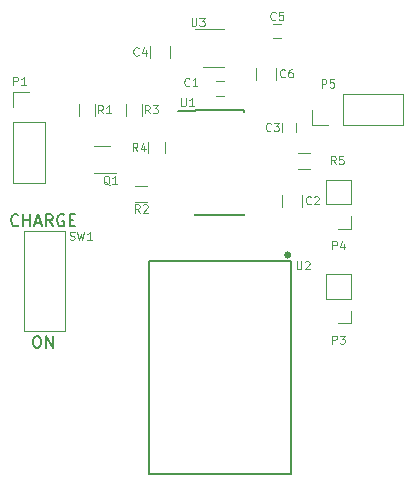
<source format=gto>
G04 #@! TF.FileFunction,Legend,Top*
%FSLAX46Y46*%
G04 Gerber Fmt 4.6, Leading zero omitted, Abs format (unit mm)*
G04 Created by KiCad (PCBNEW 4.0.4-stable) date Friday, October 13, 2017 'PMt' 10:51:30 PM*
%MOMM*%
%LPD*%
G01*
G04 APERTURE LIST*
%ADD10C,0.100000*%
%ADD11C,0.200000*%
%ADD12C,0.120000*%
%ADD13C,0.150000*%
G04 APERTURE END LIST*
D10*
D11*
X73380952Y-88152381D02*
X73571429Y-88152381D01*
X73666667Y-88200000D01*
X73761905Y-88295238D01*
X73809524Y-88485714D01*
X73809524Y-88819048D01*
X73761905Y-89009524D01*
X73666667Y-89104762D01*
X73571429Y-89152381D01*
X73380952Y-89152381D01*
X73285714Y-89104762D01*
X73190476Y-89009524D01*
X73142857Y-88819048D01*
X73142857Y-88485714D01*
X73190476Y-88295238D01*
X73285714Y-88200000D01*
X73380952Y-88152381D01*
X74238095Y-89152381D02*
X74238095Y-88152381D01*
X74809524Y-89152381D01*
X74809524Y-88152381D01*
X71904762Y-78757143D02*
X71857143Y-78804762D01*
X71714286Y-78852381D01*
X71619048Y-78852381D01*
X71476190Y-78804762D01*
X71380952Y-78709524D01*
X71333333Y-78614286D01*
X71285714Y-78423810D01*
X71285714Y-78280952D01*
X71333333Y-78090476D01*
X71380952Y-77995238D01*
X71476190Y-77900000D01*
X71619048Y-77852381D01*
X71714286Y-77852381D01*
X71857143Y-77900000D01*
X71904762Y-77947619D01*
X72333333Y-78852381D02*
X72333333Y-77852381D01*
X72333333Y-78328571D02*
X72904762Y-78328571D01*
X72904762Y-78852381D02*
X72904762Y-77852381D01*
X73333333Y-78566667D02*
X73809524Y-78566667D01*
X73238095Y-78852381D02*
X73571428Y-77852381D01*
X73904762Y-78852381D01*
X74809524Y-78852381D02*
X74476190Y-78376190D01*
X74238095Y-78852381D02*
X74238095Y-77852381D01*
X74619048Y-77852381D01*
X74714286Y-77900000D01*
X74761905Y-77947619D01*
X74809524Y-78042857D01*
X74809524Y-78185714D01*
X74761905Y-78280952D01*
X74714286Y-78328571D01*
X74619048Y-78376190D01*
X74238095Y-78376190D01*
X75761905Y-77900000D02*
X75666667Y-77852381D01*
X75523810Y-77852381D01*
X75380952Y-77900000D01*
X75285714Y-77995238D01*
X75238095Y-78090476D01*
X75190476Y-78280952D01*
X75190476Y-78423810D01*
X75238095Y-78614286D01*
X75285714Y-78709524D01*
X75380952Y-78804762D01*
X75523810Y-78852381D01*
X75619048Y-78852381D01*
X75761905Y-78804762D01*
X75809524Y-78757143D01*
X75809524Y-78423810D01*
X75619048Y-78423810D01*
X76238095Y-78328571D02*
X76571429Y-78328571D01*
X76714286Y-78852381D02*
X76238095Y-78852381D01*
X76238095Y-77852381D01*
X76714286Y-77852381D01*
D12*
X82920000Y-72700000D02*
X82920000Y-71700000D01*
X84280000Y-71700000D02*
X84280000Y-72700000D01*
X88650000Y-66600000D02*
X89350000Y-66600000D01*
X89350000Y-67800000D02*
X88650000Y-67800000D01*
X94250000Y-76200000D02*
X94250000Y-77200000D01*
X95950000Y-77200000D02*
X95950000Y-76200000D01*
X100060000Y-85000000D02*
X100060000Y-82940000D01*
X100060000Y-82940000D02*
X97940000Y-82940000D01*
X97940000Y-82940000D02*
X97940000Y-85000000D01*
X97940000Y-85000000D02*
X100060000Y-85000000D01*
X100060000Y-86000000D02*
X100060000Y-87060000D01*
X100060000Y-87060000D02*
X99000000Y-87060000D01*
X100060000Y-77000000D02*
X100060000Y-74940000D01*
X100060000Y-74940000D02*
X97940000Y-74940000D01*
X97940000Y-74940000D02*
X97940000Y-77000000D01*
X97940000Y-77000000D02*
X100060000Y-77000000D01*
X100060000Y-78000000D02*
X100060000Y-79060000D01*
X100060000Y-79060000D02*
X99000000Y-79060000D01*
X99370000Y-70330000D02*
X104510000Y-70330000D01*
X104510000Y-70330000D02*
X104510000Y-67670000D01*
X104510000Y-67670000D02*
X99370000Y-67670000D01*
X99370000Y-67670000D02*
X99370000Y-70330000D01*
X98100000Y-70330000D02*
X96770000Y-70330000D01*
X96770000Y-70330000D02*
X96770000Y-69000000D01*
X78380000Y-68500000D02*
X78380000Y-69500000D01*
X77020000Y-69500000D02*
X77020000Y-68500000D01*
X82800000Y-76780000D02*
X81800000Y-76780000D01*
X81800000Y-75420000D02*
X82800000Y-75420000D01*
X81020000Y-69500000D02*
X81020000Y-68500000D01*
X82380000Y-68500000D02*
X82380000Y-69500000D01*
D10*
X75850000Y-79250000D02*
X72350000Y-79250000D01*
X75850000Y-87750000D02*
X72350000Y-87750000D01*
X72350000Y-79250000D02*
X72350000Y-87750000D01*
X75850000Y-79250000D02*
X75850000Y-87750000D01*
D13*
X86825000Y-69050000D02*
X86825000Y-69075000D01*
X90975000Y-69050000D02*
X90975000Y-69165000D01*
X90975000Y-77950000D02*
X90975000Y-77835000D01*
X86825000Y-77950000D02*
X86825000Y-77835000D01*
X86825000Y-69050000D02*
X90975000Y-69050000D01*
X86825000Y-77950000D02*
X90975000Y-77950000D01*
X86825000Y-69075000D02*
X85450000Y-69075000D01*
D12*
X87500000Y-65410000D02*
X89300000Y-65410000D01*
X89300000Y-62190000D02*
X86850000Y-62190000D01*
X94200000Y-70850000D02*
X94200000Y-70150000D01*
X95400000Y-70150000D02*
X95400000Y-70850000D01*
X84750000Y-64600000D02*
X84750000Y-63600000D01*
X83050000Y-63600000D02*
X83050000Y-64600000D01*
X93450000Y-61700000D02*
X94150000Y-61700000D01*
X94150000Y-62900000D02*
X93450000Y-62900000D01*
X93750000Y-66450000D02*
X93750000Y-65450000D01*
X92050000Y-65450000D02*
X92050000Y-66450000D01*
X71470000Y-70070000D02*
X71470000Y-75210000D01*
X71470000Y-75210000D02*
X74130000Y-75210000D01*
X74130000Y-75210000D02*
X74130000Y-70070000D01*
X74130000Y-70070000D02*
X71470000Y-70070000D01*
X71470000Y-68800000D02*
X71470000Y-67470000D01*
X71470000Y-67470000D02*
X72800000Y-67470000D01*
X78300000Y-74360000D02*
X80200000Y-74360000D01*
X79700000Y-72040000D02*
X78300000Y-72040000D01*
D13*
X94923607Y-81300000D02*
G75*
G03X94923607Y-81300000I-223607J0D01*
G01*
X94800000Y-81300000D02*
G75*
G03X94800000Y-81300000I-100000J0D01*
G01*
X95000000Y-99800000D02*
X95000000Y-81800000D01*
X83000000Y-99800000D02*
X95000000Y-99800000D01*
X83000000Y-81800000D02*
X83000000Y-99800000D01*
X95000000Y-81800000D02*
X83000000Y-81800000D01*
D12*
X95600000Y-72620000D02*
X96600000Y-72620000D01*
X96600000Y-73980000D02*
X95600000Y-73980000D01*
D10*
X81983334Y-72516667D02*
X81750000Y-72183333D01*
X81583334Y-72516667D02*
X81583334Y-71816667D01*
X81850000Y-71816667D01*
X81916667Y-71850000D01*
X81950000Y-71883333D01*
X81983334Y-71950000D01*
X81983334Y-72050000D01*
X81950000Y-72116667D01*
X81916667Y-72150000D01*
X81850000Y-72183333D01*
X81583334Y-72183333D01*
X82583334Y-72050000D02*
X82583334Y-72516667D01*
X82416667Y-71783333D02*
X82250000Y-72283333D01*
X82683334Y-72283333D01*
X86383334Y-66950000D02*
X86350000Y-66983333D01*
X86250000Y-67016667D01*
X86183334Y-67016667D01*
X86083334Y-66983333D01*
X86016667Y-66916667D01*
X85983334Y-66850000D01*
X85950000Y-66716667D01*
X85950000Y-66616667D01*
X85983334Y-66483333D01*
X86016667Y-66416667D01*
X86083334Y-66350000D01*
X86183334Y-66316667D01*
X86250000Y-66316667D01*
X86350000Y-66350000D01*
X86383334Y-66383333D01*
X87050000Y-67016667D02*
X86650000Y-67016667D01*
X86850000Y-67016667D02*
X86850000Y-66316667D01*
X86783334Y-66416667D01*
X86716667Y-66483333D01*
X86650000Y-66516667D01*
X96683334Y-76950000D02*
X96650000Y-76983333D01*
X96550000Y-77016667D01*
X96483334Y-77016667D01*
X96383334Y-76983333D01*
X96316667Y-76916667D01*
X96283334Y-76850000D01*
X96250000Y-76716667D01*
X96250000Y-76616667D01*
X96283334Y-76483333D01*
X96316667Y-76416667D01*
X96383334Y-76350000D01*
X96483334Y-76316667D01*
X96550000Y-76316667D01*
X96650000Y-76350000D01*
X96683334Y-76383333D01*
X96950000Y-76383333D02*
X96983334Y-76350000D01*
X97050000Y-76316667D01*
X97216667Y-76316667D01*
X97283334Y-76350000D01*
X97316667Y-76383333D01*
X97350000Y-76450000D01*
X97350000Y-76516667D01*
X97316667Y-76616667D01*
X96916667Y-77016667D01*
X97350000Y-77016667D01*
X98483334Y-88816667D02*
X98483334Y-88116667D01*
X98750000Y-88116667D01*
X98816667Y-88150000D01*
X98850000Y-88183333D01*
X98883334Y-88250000D01*
X98883334Y-88350000D01*
X98850000Y-88416667D01*
X98816667Y-88450000D01*
X98750000Y-88483333D01*
X98483334Y-88483333D01*
X99116667Y-88116667D02*
X99550000Y-88116667D01*
X99316667Y-88383333D01*
X99416667Y-88383333D01*
X99483334Y-88416667D01*
X99516667Y-88450000D01*
X99550000Y-88516667D01*
X99550000Y-88683333D01*
X99516667Y-88750000D01*
X99483334Y-88783333D01*
X99416667Y-88816667D01*
X99216667Y-88816667D01*
X99150000Y-88783333D01*
X99116667Y-88750000D01*
X98483334Y-80816667D02*
X98483334Y-80116667D01*
X98750000Y-80116667D01*
X98816667Y-80150000D01*
X98850000Y-80183333D01*
X98883334Y-80250000D01*
X98883334Y-80350000D01*
X98850000Y-80416667D01*
X98816667Y-80450000D01*
X98750000Y-80483333D01*
X98483334Y-80483333D01*
X99483334Y-80350000D02*
X99483334Y-80816667D01*
X99316667Y-80083333D02*
X99150000Y-80583333D01*
X99583334Y-80583333D01*
X97583334Y-67116667D02*
X97583334Y-66416667D01*
X97850000Y-66416667D01*
X97916667Y-66450000D01*
X97950000Y-66483333D01*
X97983334Y-66550000D01*
X97983334Y-66650000D01*
X97950000Y-66716667D01*
X97916667Y-66750000D01*
X97850000Y-66783333D01*
X97583334Y-66783333D01*
X98616667Y-66416667D02*
X98283334Y-66416667D01*
X98250000Y-66750000D01*
X98283334Y-66716667D01*
X98350000Y-66683333D01*
X98516667Y-66683333D01*
X98583334Y-66716667D01*
X98616667Y-66750000D01*
X98650000Y-66816667D01*
X98650000Y-66983333D01*
X98616667Y-67050000D01*
X98583334Y-67083333D01*
X98516667Y-67116667D01*
X98350000Y-67116667D01*
X98283334Y-67083333D01*
X98250000Y-67050000D01*
X79083334Y-69316667D02*
X78850000Y-68983333D01*
X78683334Y-69316667D02*
X78683334Y-68616667D01*
X78950000Y-68616667D01*
X79016667Y-68650000D01*
X79050000Y-68683333D01*
X79083334Y-68750000D01*
X79083334Y-68850000D01*
X79050000Y-68916667D01*
X79016667Y-68950000D01*
X78950000Y-68983333D01*
X78683334Y-68983333D01*
X79750000Y-69316667D02*
X79350000Y-69316667D01*
X79550000Y-69316667D02*
X79550000Y-68616667D01*
X79483334Y-68716667D01*
X79416667Y-68783333D01*
X79350000Y-68816667D01*
X82183334Y-77716667D02*
X81950000Y-77383333D01*
X81783334Y-77716667D02*
X81783334Y-77016667D01*
X82050000Y-77016667D01*
X82116667Y-77050000D01*
X82150000Y-77083333D01*
X82183334Y-77150000D01*
X82183334Y-77250000D01*
X82150000Y-77316667D01*
X82116667Y-77350000D01*
X82050000Y-77383333D01*
X81783334Y-77383333D01*
X82450000Y-77083333D02*
X82483334Y-77050000D01*
X82550000Y-77016667D01*
X82716667Y-77016667D01*
X82783334Y-77050000D01*
X82816667Y-77083333D01*
X82850000Y-77150000D01*
X82850000Y-77216667D01*
X82816667Y-77316667D01*
X82416667Y-77716667D01*
X82850000Y-77716667D01*
X83033334Y-69316667D02*
X82800000Y-68983333D01*
X82633334Y-69316667D02*
X82633334Y-68616667D01*
X82900000Y-68616667D01*
X82966667Y-68650000D01*
X83000000Y-68683333D01*
X83033334Y-68750000D01*
X83033334Y-68850000D01*
X83000000Y-68916667D01*
X82966667Y-68950000D01*
X82900000Y-68983333D01*
X82633334Y-68983333D01*
X83266667Y-68616667D02*
X83700000Y-68616667D01*
X83466667Y-68883333D01*
X83566667Y-68883333D01*
X83633334Y-68916667D01*
X83666667Y-68950000D01*
X83700000Y-69016667D01*
X83700000Y-69183333D01*
X83666667Y-69250000D01*
X83633334Y-69283333D01*
X83566667Y-69316667D01*
X83366667Y-69316667D01*
X83300000Y-69283333D01*
X83266667Y-69250000D01*
X76266666Y-79983333D02*
X76366666Y-80016667D01*
X76533333Y-80016667D01*
X76600000Y-79983333D01*
X76633333Y-79950000D01*
X76666666Y-79883333D01*
X76666666Y-79816667D01*
X76633333Y-79750000D01*
X76600000Y-79716667D01*
X76533333Y-79683333D01*
X76400000Y-79650000D01*
X76333333Y-79616667D01*
X76300000Y-79583333D01*
X76266666Y-79516667D01*
X76266666Y-79450000D01*
X76300000Y-79383333D01*
X76333333Y-79350000D01*
X76400000Y-79316667D01*
X76566666Y-79316667D01*
X76666666Y-79350000D01*
X76900000Y-79316667D02*
X77066667Y-80016667D01*
X77200000Y-79516667D01*
X77333333Y-80016667D01*
X77500000Y-79316667D01*
X78133333Y-80016667D02*
X77733333Y-80016667D01*
X77933333Y-80016667D02*
X77933333Y-79316667D01*
X77866667Y-79416667D01*
X77800000Y-79483333D01*
X77733333Y-79516667D01*
X85666667Y-68016667D02*
X85666667Y-68583333D01*
X85700000Y-68650000D01*
X85733333Y-68683333D01*
X85800000Y-68716667D01*
X85933333Y-68716667D01*
X86000000Y-68683333D01*
X86033333Y-68650000D01*
X86066667Y-68583333D01*
X86066667Y-68016667D01*
X86766666Y-68716667D02*
X86366666Y-68716667D01*
X86566666Y-68716667D02*
X86566666Y-68016667D01*
X86500000Y-68116667D01*
X86433333Y-68183333D01*
X86366666Y-68216667D01*
X86566667Y-61216667D02*
X86566667Y-61783333D01*
X86600000Y-61850000D01*
X86633333Y-61883333D01*
X86700000Y-61916667D01*
X86833333Y-61916667D01*
X86900000Y-61883333D01*
X86933333Y-61850000D01*
X86966667Y-61783333D01*
X86966667Y-61216667D01*
X87233333Y-61216667D02*
X87666666Y-61216667D01*
X87433333Y-61483333D01*
X87533333Y-61483333D01*
X87600000Y-61516667D01*
X87633333Y-61550000D01*
X87666666Y-61616667D01*
X87666666Y-61783333D01*
X87633333Y-61850000D01*
X87600000Y-61883333D01*
X87533333Y-61916667D01*
X87333333Y-61916667D01*
X87266666Y-61883333D01*
X87233333Y-61850000D01*
X93283334Y-70750000D02*
X93250000Y-70783333D01*
X93150000Y-70816667D01*
X93083334Y-70816667D01*
X92983334Y-70783333D01*
X92916667Y-70716667D01*
X92883334Y-70650000D01*
X92850000Y-70516667D01*
X92850000Y-70416667D01*
X92883334Y-70283333D01*
X92916667Y-70216667D01*
X92983334Y-70150000D01*
X93083334Y-70116667D01*
X93150000Y-70116667D01*
X93250000Y-70150000D01*
X93283334Y-70183333D01*
X93516667Y-70116667D02*
X93950000Y-70116667D01*
X93716667Y-70383333D01*
X93816667Y-70383333D01*
X93883334Y-70416667D01*
X93916667Y-70450000D01*
X93950000Y-70516667D01*
X93950000Y-70683333D01*
X93916667Y-70750000D01*
X93883334Y-70783333D01*
X93816667Y-70816667D01*
X93616667Y-70816667D01*
X93550000Y-70783333D01*
X93516667Y-70750000D01*
X82083334Y-64350000D02*
X82050000Y-64383333D01*
X81950000Y-64416667D01*
X81883334Y-64416667D01*
X81783334Y-64383333D01*
X81716667Y-64316667D01*
X81683334Y-64250000D01*
X81650000Y-64116667D01*
X81650000Y-64016667D01*
X81683334Y-63883333D01*
X81716667Y-63816667D01*
X81783334Y-63750000D01*
X81883334Y-63716667D01*
X81950000Y-63716667D01*
X82050000Y-63750000D01*
X82083334Y-63783333D01*
X82683334Y-63950000D02*
X82683334Y-64416667D01*
X82516667Y-63683333D02*
X82350000Y-64183333D01*
X82783334Y-64183333D01*
X93683334Y-61350000D02*
X93650000Y-61383333D01*
X93550000Y-61416667D01*
X93483334Y-61416667D01*
X93383334Y-61383333D01*
X93316667Y-61316667D01*
X93283334Y-61250000D01*
X93250000Y-61116667D01*
X93250000Y-61016667D01*
X93283334Y-60883333D01*
X93316667Y-60816667D01*
X93383334Y-60750000D01*
X93483334Y-60716667D01*
X93550000Y-60716667D01*
X93650000Y-60750000D01*
X93683334Y-60783333D01*
X94316667Y-60716667D02*
X93983334Y-60716667D01*
X93950000Y-61050000D01*
X93983334Y-61016667D01*
X94050000Y-60983333D01*
X94216667Y-60983333D01*
X94283334Y-61016667D01*
X94316667Y-61050000D01*
X94350000Y-61116667D01*
X94350000Y-61283333D01*
X94316667Y-61350000D01*
X94283334Y-61383333D01*
X94216667Y-61416667D01*
X94050000Y-61416667D01*
X93983334Y-61383333D01*
X93950000Y-61350000D01*
X94483334Y-66200000D02*
X94450000Y-66233333D01*
X94350000Y-66266667D01*
X94283334Y-66266667D01*
X94183334Y-66233333D01*
X94116667Y-66166667D01*
X94083334Y-66100000D01*
X94050000Y-65966667D01*
X94050000Y-65866667D01*
X94083334Y-65733333D01*
X94116667Y-65666667D01*
X94183334Y-65600000D01*
X94283334Y-65566667D01*
X94350000Y-65566667D01*
X94450000Y-65600000D01*
X94483334Y-65633333D01*
X95083334Y-65566667D02*
X94950000Y-65566667D01*
X94883334Y-65600000D01*
X94850000Y-65633333D01*
X94783334Y-65733333D01*
X94750000Y-65866667D01*
X94750000Y-66133333D01*
X94783334Y-66200000D01*
X94816667Y-66233333D01*
X94883334Y-66266667D01*
X95016667Y-66266667D01*
X95083334Y-66233333D01*
X95116667Y-66200000D01*
X95150000Y-66133333D01*
X95150000Y-65966667D01*
X95116667Y-65900000D01*
X95083334Y-65866667D01*
X95016667Y-65833333D01*
X94883334Y-65833333D01*
X94816667Y-65866667D01*
X94783334Y-65900000D01*
X94750000Y-65966667D01*
X71483334Y-66916667D02*
X71483334Y-66216667D01*
X71750000Y-66216667D01*
X71816667Y-66250000D01*
X71850000Y-66283333D01*
X71883334Y-66350000D01*
X71883334Y-66450000D01*
X71850000Y-66516667D01*
X71816667Y-66550000D01*
X71750000Y-66583333D01*
X71483334Y-66583333D01*
X72550000Y-66916667D02*
X72150000Y-66916667D01*
X72350000Y-66916667D02*
X72350000Y-66216667D01*
X72283334Y-66316667D01*
X72216667Y-66383333D01*
X72150000Y-66416667D01*
X79633333Y-75383333D02*
X79566667Y-75350000D01*
X79500000Y-75283333D01*
X79400000Y-75183333D01*
X79333333Y-75150000D01*
X79266667Y-75150000D01*
X79300000Y-75316667D02*
X79233333Y-75283333D01*
X79166667Y-75216667D01*
X79133333Y-75083333D01*
X79133333Y-74850000D01*
X79166667Y-74716667D01*
X79233333Y-74650000D01*
X79300000Y-74616667D01*
X79433333Y-74616667D01*
X79500000Y-74650000D01*
X79566667Y-74716667D01*
X79600000Y-74850000D01*
X79600000Y-75083333D01*
X79566667Y-75216667D01*
X79500000Y-75283333D01*
X79433333Y-75316667D01*
X79300000Y-75316667D01*
X80266666Y-75316667D02*
X79866666Y-75316667D01*
X80066666Y-75316667D02*
X80066666Y-74616667D01*
X80000000Y-74716667D01*
X79933333Y-74783333D01*
X79866666Y-74816667D01*
X95466667Y-81816667D02*
X95466667Y-82383333D01*
X95500000Y-82450000D01*
X95533333Y-82483333D01*
X95600000Y-82516667D01*
X95733333Y-82516667D01*
X95800000Y-82483333D01*
X95833333Y-82450000D01*
X95866667Y-82383333D01*
X95866667Y-81816667D01*
X96166666Y-81883333D02*
X96200000Y-81850000D01*
X96266666Y-81816667D01*
X96433333Y-81816667D01*
X96500000Y-81850000D01*
X96533333Y-81883333D01*
X96566666Y-81950000D01*
X96566666Y-82016667D01*
X96533333Y-82116667D01*
X96133333Y-82516667D01*
X96566666Y-82516667D01*
X98783334Y-73616667D02*
X98550000Y-73283333D01*
X98383334Y-73616667D02*
X98383334Y-72916667D01*
X98650000Y-72916667D01*
X98716667Y-72950000D01*
X98750000Y-72983333D01*
X98783334Y-73050000D01*
X98783334Y-73150000D01*
X98750000Y-73216667D01*
X98716667Y-73250000D01*
X98650000Y-73283333D01*
X98383334Y-73283333D01*
X99416667Y-72916667D02*
X99083334Y-72916667D01*
X99050000Y-73250000D01*
X99083334Y-73216667D01*
X99150000Y-73183333D01*
X99316667Y-73183333D01*
X99383334Y-73216667D01*
X99416667Y-73250000D01*
X99450000Y-73316667D01*
X99450000Y-73483333D01*
X99416667Y-73550000D01*
X99383334Y-73583333D01*
X99316667Y-73616667D01*
X99150000Y-73616667D01*
X99083334Y-73583333D01*
X99050000Y-73550000D01*
M02*

</source>
